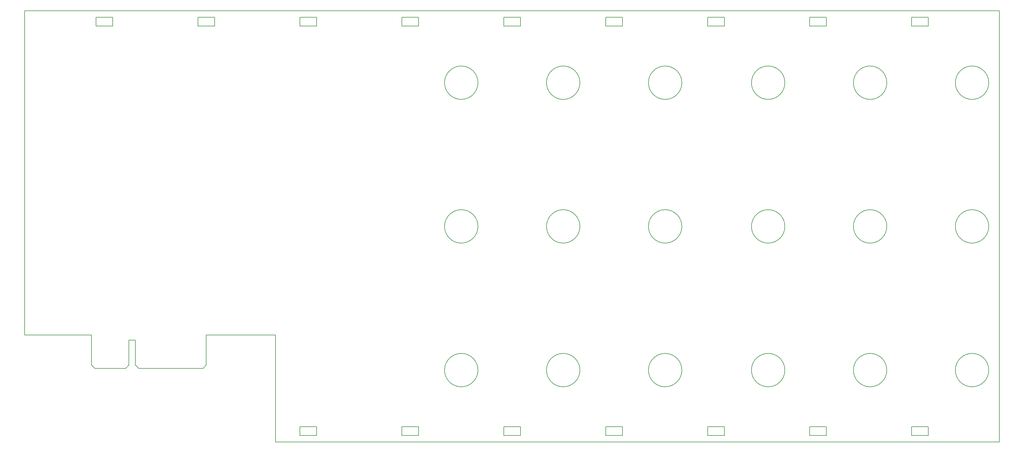
<source format=gbr>
G04 #@! TF.GenerationSoftware,KiCad,Pcbnew,6.0.7-f9a2dced07~116~ubuntu22.04.1*
G04 #@! TF.CreationDate,2023-04-06T13:37:09+01:00*
G04 #@! TF.ProjectId,hiltop_backplane_brd,68696c74-6f70-45f6-9261-636b706c616e,A*
G04 #@! TF.SameCoordinates,Original*
G04 #@! TF.FileFunction,Other,User*
%FSLAX46Y46*%
G04 Gerber Fmt 4.6, Leading zero omitted, Abs format (unit mm)*
G04 Created by KiCad (PCBNEW 6.0.7-f9a2dced07~116~ubuntu22.04.1) date 2023-04-06 13:37:09*
%MOMM*%
%LPD*%
G01*
G04 APERTURE LIST*
G04 #@! TA.AperFunction,Profile*
%ADD10C,0.150000*%
G04 #@! TD*
G04 APERTURE END LIST*
D10*
X179840000Y-50700000D02*
G75*
G03*
X179840000Y-50700000I-5000000J0D01*
G01*
X210320000Y-50700000D02*
G75*
G03*
X210320000Y-50700000I-5000000J0D01*
G01*
X240800000Y-50700000D02*
G75*
G03*
X240800000Y-50700000I-5000000J0D01*
G01*
X210320000Y-93700000D02*
G75*
G03*
X210320000Y-93700000I-5000000J0D01*
G01*
X240800000Y-93700000D02*
G75*
G03*
X240800000Y-93700000I-5000000J0D01*
G01*
X179840000Y-136700000D02*
G75*
G03*
X179840000Y-136700000I-5000000J0D01*
G01*
X210320000Y-136700000D02*
G75*
G03*
X210320000Y-136700000I-5000000J0D01*
G01*
X240800000Y-136700000D02*
G75*
G03*
X240800000Y-136700000I-5000000J0D01*
G01*
X179840000Y-93700000D02*
G75*
G03*
X179840000Y-93700000I-5000000J0D01*
G01*
X248500000Y-31150000D02*
X248500000Y-33750000D01*
X284000000Y-33750000D02*
X284000000Y-31150000D01*
X271600000Y-136700000D02*
G75*
G03*
X271600000Y-136700000I-5000000J0D01*
G01*
X65300000Y-136200000D02*
X74500000Y-136200000D01*
X75500000Y-135200000D02*
X75500000Y-127700000D01*
X248500000Y-33750000D02*
X253500000Y-33750000D01*
X131600000Y-156250000D02*
X131600000Y-153650000D01*
X157100000Y-31150000D02*
X157100000Y-33750000D01*
X131600000Y-153650000D02*
X126600000Y-153650000D01*
X192550000Y-153650000D02*
X187550000Y-153650000D01*
X65650000Y-33750000D02*
X70650000Y-33750000D01*
X162100000Y-31150000D02*
X157100000Y-31150000D01*
X101150000Y-33750000D02*
X101150000Y-31150000D01*
X126600000Y-156250000D02*
X131600000Y-156250000D01*
X162100000Y-156250000D02*
X162100000Y-153650000D01*
X279000000Y-31150000D02*
X279000000Y-33750000D01*
X126600000Y-31150000D02*
X126600000Y-33750000D01*
X96150000Y-31150000D02*
X96150000Y-33750000D01*
X98600000Y-126200000D02*
X119300000Y-126200000D01*
X131600000Y-31150000D02*
X126600000Y-31150000D01*
X223050000Y-153650000D02*
X218050000Y-153650000D01*
X192550000Y-33750000D02*
X192550000Y-31150000D01*
X309450000Y-153650000D02*
X309450000Y-156250000D01*
X284000000Y-153650000D02*
X279000000Y-153650000D01*
X70650000Y-31150000D02*
X65650000Y-31150000D01*
X162100000Y-33750000D02*
X162100000Y-31150000D01*
X302080000Y-136700000D02*
G75*
G03*
X302080000Y-136700000I-5000000J0D01*
G01*
X309450000Y-156250000D02*
X314450000Y-156250000D01*
X284000000Y-156250000D02*
X284000000Y-153650000D01*
X248500000Y-156250000D02*
X253500000Y-156250000D01*
X157100000Y-156250000D02*
X162100000Y-156250000D01*
X248500000Y-153650000D02*
X248500000Y-156250000D01*
X218050000Y-156250000D02*
X223050000Y-156250000D01*
X218050000Y-31150000D02*
X218050000Y-33750000D01*
X162100000Y-153650000D02*
X157100000Y-153650000D01*
X332560000Y-93700000D02*
G75*
G03*
X332560000Y-93700000I-5000000J0D01*
G01*
X75500000Y-135200000D02*
X74500000Y-136200000D01*
X126600000Y-153650000D02*
X126600000Y-156250000D01*
X314450000Y-153650000D02*
X309450000Y-153650000D01*
X97600000Y-136200000D02*
X98600000Y-135200000D01*
X157100000Y-33750000D02*
X162100000Y-33750000D01*
X332560000Y-50700000D02*
G75*
G03*
X332560000Y-50700000I-5000000J0D01*
G01*
X70650000Y-33750000D02*
X70650000Y-31150000D01*
X223050000Y-156250000D02*
X223050000Y-153650000D01*
X271600000Y-50700000D02*
G75*
G03*
X271600000Y-50700000I-5000000J0D01*
G01*
X65650000Y-31150000D02*
X65650000Y-33750000D01*
X192550000Y-31150000D02*
X187550000Y-31150000D01*
X302080000Y-93700000D02*
G75*
G03*
X302080000Y-93700000I-5000000J0D01*
G01*
X187550000Y-153650000D02*
X187550000Y-156250000D01*
X44300000Y-29200000D02*
X335740000Y-29200000D01*
X131600000Y-33750000D02*
X131600000Y-31150000D01*
X96150000Y-33750000D02*
X101150000Y-33750000D01*
X187550000Y-33750000D02*
X192550000Y-33750000D01*
X64300000Y-135200000D02*
X64300000Y-126200000D01*
X314500000Y-31150000D02*
X309500000Y-31150000D01*
X218050000Y-153650000D02*
X218050000Y-156250000D01*
X271600000Y-93700000D02*
G75*
G03*
X271600000Y-93700000I-5000000J0D01*
G01*
X253500000Y-33750000D02*
X253500000Y-31150000D01*
X279000000Y-156250000D02*
X284000000Y-156250000D01*
X332560000Y-136700000D02*
G75*
G03*
X332560000Y-136700000I-5000000J0D01*
G01*
X77400000Y-135200000D02*
X78400000Y-136200000D01*
X119300000Y-136200000D02*
X119300000Y-158200000D01*
X309500000Y-31150000D02*
X309500000Y-33750000D01*
X44300000Y-126200000D02*
X44300000Y-29200000D01*
X218050000Y-33750000D02*
X223050000Y-33750000D01*
X314450000Y-156250000D02*
X314450000Y-153650000D01*
X284000000Y-31150000D02*
X279000000Y-31150000D01*
X119300000Y-126200000D02*
X119300000Y-136200000D01*
X78400000Y-136200000D02*
X97600000Y-136200000D01*
X279000000Y-153650000D02*
X279000000Y-156250000D01*
X279000000Y-33750000D02*
X284000000Y-33750000D01*
X253500000Y-153650000D02*
X248500000Y-153650000D01*
X64300000Y-135200000D02*
X65300000Y-136200000D01*
X187550000Y-156250000D02*
X192550000Y-156250000D01*
X75500000Y-127700000D02*
X77400000Y-127700000D01*
X101150000Y-31150000D02*
X96150000Y-31150000D01*
X192550000Y-156250000D02*
X192550000Y-153650000D01*
X253500000Y-31150000D02*
X248500000Y-31150000D01*
X126600000Y-33750000D02*
X131600000Y-33750000D01*
X98600000Y-135200000D02*
X98600000Y-127700000D01*
X335740000Y-29200000D02*
X335740000Y-158200000D01*
X187550000Y-31150000D02*
X187550000Y-33750000D01*
X302080000Y-50700000D02*
G75*
G03*
X302080000Y-50700000I-5000000J0D01*
G01*
X157100000Y-153650000D02*
X157100000Y-156250000D01*
X223050000Y-31150000D02*
X218050000Y-31150000D01*
X98600000Y-127700000D02*
X98600000Y-126200000D01*
X335740000Y-158200000D02*
X119300000Y-158200000D01*
X309500000Y-33750000D02*
X314500000Y-33750000D01*
X253500000Y-156250000D02*
X253500000Y-153650000D01*
X77400000Y-127700000D02*
X77400000Y-135200000D01*
X314500000Y-33750000D02*
X314500000Y-31150000D01*
X64300000Y-126200000D02*
X44300000Y-126200000D01*
X223050000Y-33750000D02*
X223050000Y-31150000D01*
M02*

</source>
